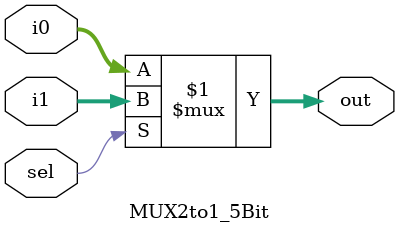
<source format=sv>
module MUX2to1_8Bit(input [7:0] i0 , i1, input sel, output [7:0] out);
    assign out = sel ? i1 : i0;
endmodule


module MUX2to1_5Bit(input [4:0] i0 , i1, input sel, output [4:0] out);
    assign out = sel ? i1 : i0;
endmodule
</source>
